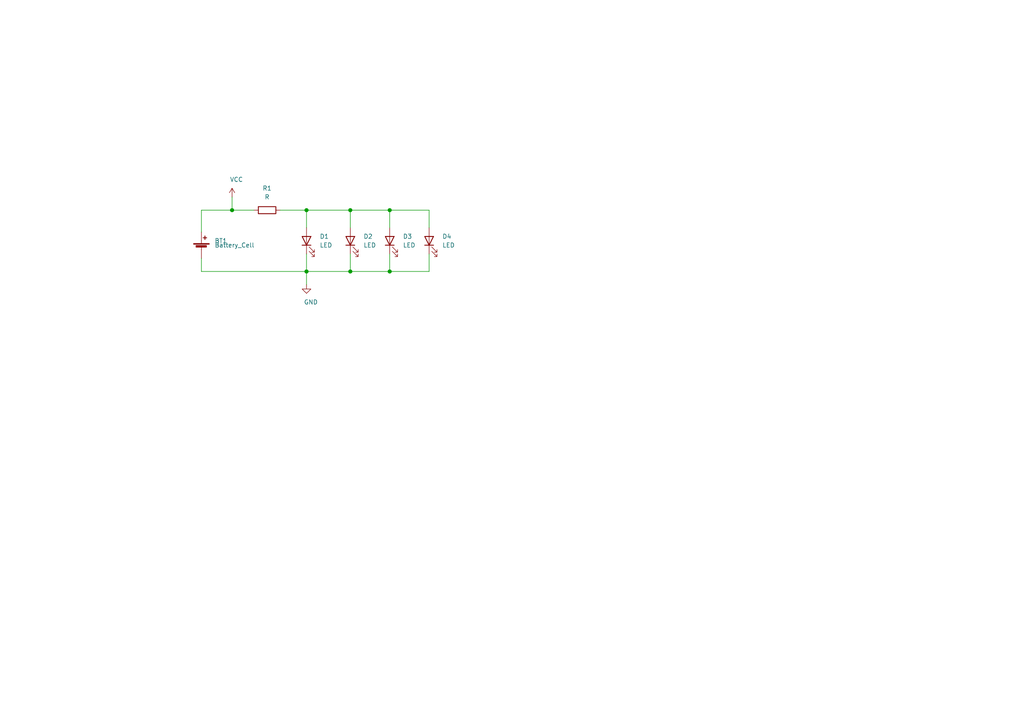
<source format=kicad_sch>
(kicad_sch (version 20201015) (generator eeschema)
  (page 1 1)
  (paper "A4")
  (title_block (title "Fairy Dust Pin backlight") (company "@thomasflummer"))
  (lib_symbols
    (symbol "Device:Battery_Cell" (pin_numbers hide) (pin_names (offset 0) hide)
      (property "Reference" "BT" (at 2.54 2.54 0))
      (property "Value" "Battery_Cell" (at 2.54 0 0))
      (symbol "Battery_Cell_0_1"
        (rectangle (start -2.286 1.778) (end 2.286 1.524) (fill (type outline)))
        (rectangle (start -1.5748 1.1938) (end 1.4732 0.6858) (fill (type outline)))
        (polyline (pts (xy 0 0.762) (xy 0 0)))
        (polyline (pts (xy 0 1.778) (xy 0 2.54)))
        (polyline (pts (xy 0.508 3.429) (xy 1.524 3.429)) (stroke (width 0.254)))
        (polyline (pts (xy 1.016 3.937) (xy 1.016 2.921)) (stroke (width 0.254)))
      )
      (symbol "Battery_Cell_1_1"
        (pin passive line (at 0 5.08 270) (length 2.54) (name "+") (number "1"))
        (pin passive line (at 0 -2.54 90) (length 2.54) (name "-") (number "2"))
      )
    )
    (symbol "Device:LED" (pin_numbers hide) (pin_names (offset 1.016) hide)
      (property "Reference" "D" (at 0 2.54 0))
      (property "Value" "LED" (at 0 -2.54 0))
      (symbol "LED_0_1"
        (polyline (pts (xy -1.27 -1.27) (xy -1.27 1.27)) (stroke (width 0.254)))
        (polyline (pts (xy -1.27 0) (xy 1.27 0)))
        (polyline (pts (xy 1.27 -1.27) (xy 1.27 1.27) (xy -1.27 0) (xy 1.27 -1.27)) (stroke (width 0.254)))
        (polyline (pts (xy -3.048 -0.762) (xy -4.572 -2.286) (xy -3.81 -2.286) (xy -4.572 -2.286) (xy -4.572 -1.524)))
        (polyline (pts (xy -1.778 -0.762) (xy -3.302 -2.286) (xy -2.54 -2.286) (xy -3.302 -2.286) (xy -3.302 -1.524)))
      )
      (symbol "LED_1_1"
        (pin passive line (at -3.81 0 0) (length 2.54) (name "K") (number "1"))
        (pin passive line (at 3.81 0 180) (length 2.54) (name "A") (number "2"))
      )
    )
    (symbol "Device:R" (pin_numbers hide) (pin_names (offset 0))
      (property "Reference" "R" (at 2.032 0 90))
      (property "Value" "R" (at 0 0 90))
      (symbol "R_0_1"
        (rectangle (start -1.016 -2.54) (end 1.016 2.54) (stroke (width 0.254)))
      )
      (symbol "R_1_1"
        (pin passive line (at 0 3.81 270) (length 1.27) (name "~") (number "1"))
        (pin passive line (at 0 -3.81 90) (length 1.27) (name "~") (number "2"))
      )
    )
    (symbol "power:GND" (power) (pin_names (offset 0))
      (property "Value" "GND" (at 0 -3.81 0))
      (symbol "GND_0_1"
        (polyline (pts (xy 0 0) (xy 0 -1.27) (xy 1.27 -1.27) (xy 0 -2.54) (xy -1.27 -1.27) (xy 0 -1.27)))
      )
      (symbol "GND_1_1"
        (pin power_in line (at 0 0 270) (length 0) hide (name "GND") (number "1"))
      )
    )
    (symbol "power:VCC" (power) (pin_names (offset 0))
      (property "Value" "VCC" (at 0 3.81 0))
      (symbol "VCC_0_1"
        (polyline (pts (xy -0.762 1.27) (xy 0 2.54)))
        (polyline (pts (xy 0 0) (xy 0 2.54)))
        (polyline (pts (xy 0 2.54) (xy 0.762 1.27)))
      )
      (symbol "VCC_1_1"
        (pin power_in line (at 0 0 90) (length 0) hide (name "VCC") (number "1"))
      )
    )
  )
  (junction (at 67.31 60.96) (diameter 1.016))
  (junction (at 88.9 60.96) (diameter 1.016))
  (junction (at 88.9 78.74) (diameter 1.016))
  (junction (at 101.6 60.96) (diameter 1.016))
  (junction (at 101.6 78.74) (diameter 1.016))
  (junction (at 113.03 60.96) (diameter 1.016))
  (junction (at 113.03 78.74) (diameter 1.016))
  (wire (pts (xy 58.42 60.96) (xy 67.31 60.96)))
  (wire (pts (xy 58.42 67.31) (xy 58.42 60.96)))
  (wire (pts (xy 58.42 74.93) (xy 58.42 78.74)))
  (wire (pts (xy 58.42 78.74) (xy 88.9 78.74)))
  (wire (pts (xy 67.31 57.15) (xy 67.31 60.96)))
  (wire (pts (xy 67.31 60.96) (xy 73.66 60.96)))
  (wire (pts (xy 81.28 60.96) (xy 88.9 60.96)))
  (wire (pts (xy 88.9 60.96) (xy 88.9 66.04)))
  (wire (pts (xy 88.9 60.96) (xy 101.6 60.96)))
  (wire (pts (xy 88.9 73.66) (xy 88.9 78.74)))
  (wire (pts (xy 88.9 78.74) (xy 88.9 82.55)))
  (wire (pts (xy 88.9 78.74) (xy 101.6 78.74)))
  (wire (pts (xy 101.6 60.96) (xy 101.6 66.04)))
  (wire (pts (xy 101.6 60.96) (xy 113.03 60.96)))
  (wire (pts (xy 101.6 73.66) (xy 101.6 78.74)))
  (wire (pts (xy 101.6 78.74) (xy 113.03 78.74)))
  (wire (pts (xy 113.03 60.96) (xy 113.03 66.04)))
  (wire (pts (xy 113.03 60.96) (xy 124.46 60.96)))
  (wire (pts (xy 113.03 73.66) (xy 113.03 78.74)))
  (wire (pts (xy 113.03 78.74) (xy 124.46 78.74)))
  (wire (pts (xy 124.46 60.96) (xy 124.46 66.04)))
  (wire (pts (xy 124.46 78.74) (xy 124.46 73.66)))
  (symbol (lib_id "power:VCC") (at 67.31 57.15 0) (unit 1)
    (property "Reference" "#PWR0101" (effects hide))
    (property "Value" "VCC" (at 68.58 52.07 0))
  )
  (symbol (lib_id "power:GND") (at 88.9 82.55 0) (unit 1)
    (property "Reference" "#PWR01" (effects hide))
    (property "Value" "GND" (at 90.17 87.63 0))
  )
  (symbol (lib_id "Device:R") (at 77.47 60.96 90) (unit 1)
    (property "Reference" "R1" (at 77.47 54.61 90))
    (property "Value" "R" (at 77.47 57.15 90))
    (property "Footprint" "Resistor_SMD:R_0603_1608Metric_Pad0.98x0.95mm_HandSolder" (effects hide))
  )
  (symbol (lib_id "Device:LED") (at 88.9 69.85 90) (unit 1)
    (property "Reference" "D1" (at 92.71 68.58 90) (effects (justify right)))
    (property "Value" "LED" (at 92.71 71.12 90) (effects (justify right)))
    (property "Footprint" "LED_SMD:LED_0603_1608Metric_Pad1.05x0.95mm_HandSolder" (effects hide))
  )
  (symbol (lib_id "Device:LED") (at 101.6 69.85 90) (unit 1)
    (property "Reference" "D2" (at 105.41 68.58 90) (effects (justify right)))
    (property "Value" "LED" (at 105.41 71.12 90) (effects (justify right)))
    (property "Footprint" "LED_SMD:LED_0603_1608Metric_Pad1.05x0.95mm_HandSolder" (effects hide))
  )
  (symbol (lib_id "Device:LED") (at 113.03 69.85 90) (unit 1)
    (property "Reference" "D3" (at 116.84 68.58 90) (effects (justify right)))
    (property "Value" "LED" (at 116.84 71.12 90) (effects (justify right)))
    (property "Footprint" "LED_SMD:LED_0603_1608Metric_Pad1.05x0.95mm_HandSolder" (effects hide))
  )
  (symbol (lib_id "Device:LED") (at 124.46 69.85 90) (unit 1)
    (property "Reference" "D4" (at 128.27 68.58 90) (effects (justify right)))
    (property "Value" "LED" (at 128.27 71.12 90) (effects (justify right)))
    (property "Footprint" "LED_SMD:LED_0603_1608Metric_Pad1.05x0.95mm_HandSolder" (effects hide))
  )
  (symbol (lib_id "Device:Battery_Cell") (at 58.42 72.39 0) (unit 1)
    (property "Reference" "BT1" (at 62.23 69.85 0) (effects (justify left)))
    (property "Value" "Battery_Cell" (at 62.23 71.12 0) (effects (justify left)))
    (property "Footprint" "Power:CR1220-2" (effects hide))
  )
)
</source>
